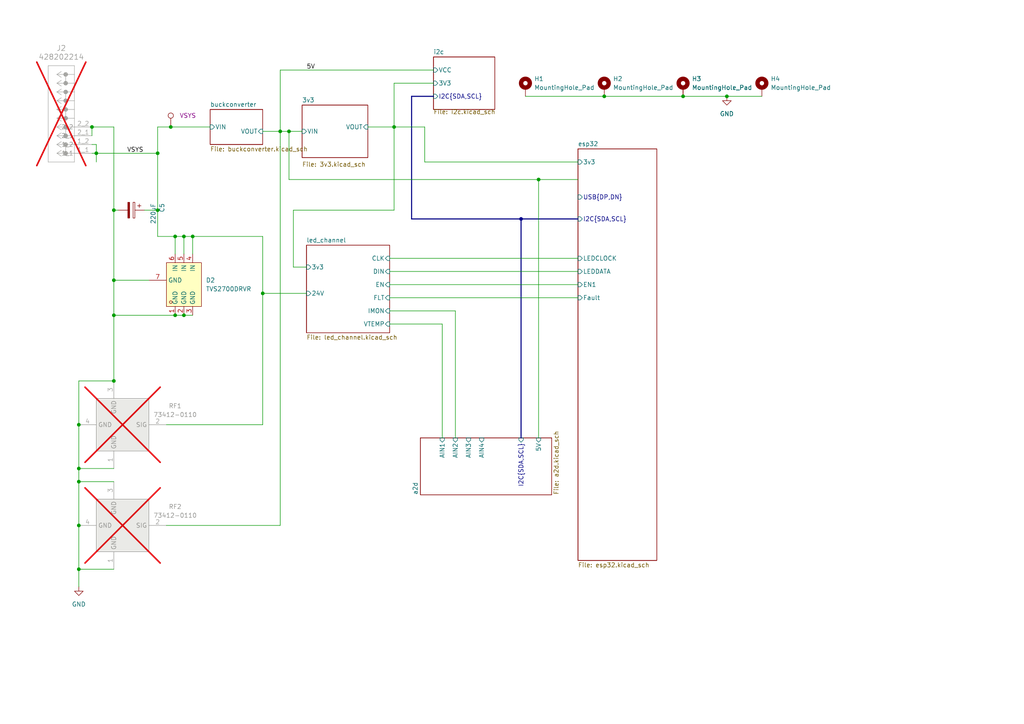
<source format=kicad_sch>
(kicad_sch (version 20250114) (generator "eeschema") (generator_version "9.0")
  (paper "A4")
  (lib_symbols
    (symbol "Device:C_Polarized" (pin_numbers (hide yes)) (pin_names (offset 0.254))
      (property "Reference" "C" (at 0.635 2.54 0))
      (property "Value" "C_Polarized" (at 0.635 -2.54 0))
      (symbol "C_Polarized_0_1"
        (rectangle (start -2.286 0.508) (end 2.286 1.016))
        (polyline (pts (xy -1.778 2.286) (xy -0.762 2.286)))
        (polyline (pts (xy -1.27 2.794) (xy -1.27 1.778)))
        (rectangle (start 2.286 -0.508) (end -2.286 -1.016) (fill (type outline)))
      )
      (symbol "C_Polarized_1_1"
        (pin passive line (at 0 3.81 270) (length 2.794) (name "~") (number "1"))
        (pin passive line (at 0 -3.81 90) (length 2.794) (name "~") (number "2"))
      )
    )
    (symbol "Mechanical:MountingHole_Pad" (pin_numbers (hide yes)) (pin_names (offset 1.016) (hide yes)) (exclude_from_sim yes) (in_bom no)
      (property "Reference" "H" (at 0 6.35 0))
      (property "Value" "MountingHole_Pad" (at 0 4.445 0))
      (symbol "MountingHole_Pad_0_1"
        (circle (center 0 1.27) (radius 1.27) (stroke (width 1.27)))
      )
      (symbol "MountingHole_Pad_1_1"
        (pin input line (at 0 -2.54 90) (length 2.54) (name "1") (number "1"))
      )
    )
    (symbol "easyeda2kicad:428202214" (pin_names (offset 0.254))
      (property "Reference" "J" (at 8.89 6.35 0))
      (property "Value" "428202214" (at 0 0 0))
      (symbol "428202214_1_1"
        (polyline (pts (xy 5.08 2.54) (xy 5.08 -25.4)) (stroke (width 0.127)))
        (polyline (pts (xy 5.08 -25.4) (xy 12.7 -25.4)) (stroke (width 0.127)))
        (polyline (pts (xy 7.62 0) (xy 7.62 -2.54)) (stroke (width 0.127)))
        (circle (center 7.62 0) (radius 0.127) (stroke (width 0.508)))
        (circle (center 7.62 -2.54) (radius 0.127) (stroke (width 0.508)))
        (polyline (pts (xy 7.62 -5.08) (xy 7.62 -7.62)) (stroke (width 0.127)))
        (circle (center 7.62 -5.08) (radius 0.127) (stroke (width 0.508)))
        (circle (center 7.62 -7.62) (radius 0.127) (stroke (width 0.508)))
        (polyline (pts (xy 7.62 -10.16) (xy 7.62 -12.7)) (stroke (width 0.127)))
        (circle (center 7.62 -10.16) (radius 0.127) (stroke (width 0.508)))
        (circle (center 7.62 -12.7) (radius 0.127) (stroke (width 0.508)))
        (polyline (pts (xy 7.62 -15.24) (xy 7.62 -17.78)) (stroke (width 0.127)))
        (circle (center 7.62 -15.24) (radius 0.127) (stroke (width 0.508)))
        (circle (center 7.62 -17.78) (radius 0.127) (stroke (width 0.508)))
        (polyline (pts (xy 7.62 -20.32) (xy 7.62 -22.86)) (stroke (width 0.127)))
        (circle (center 7.62 -20.32) (radius 0.127) (stroke (width 0.508)))
        (circle (center 7.62 -22.86) (radius 0.127) (stroke (width 0.508)))
        (polyline (pts (xy 10.16 0) (xy 5.08 0)) (stroke (width 0.127)))
        (polyline (pts (xy 10.16 0) (xy 8.89 0.8467)) (stroke (width 0.127)))
        (polyline (pts (xy 10.16 0) (xy 8.89 -0.8467)) (stroke (width 0.127)))
        (polyline (pts (xy 10.16 -2.54) (xy 5.08 -2.54)) (stroke (width 0.127)))
        (polyline (pts (xy 10.16 -2.54) (xy 8.89 -1.6933)) (stroke (width 0.127)))
        (polyline (pts (xy 10.16 -2.54) (xy 8.89 -3.3867)) (stroke (width 0.127)))
        (polyline (pts (xy 10.16 -5.08) (xy 5.08 -5.08)) (stroke (width 0.127)))
        (polyline (pts (xy 10.16 -5.08) (xy 8.89 -4.2333)) (stroke (width 0.127)))
        (polyline (pts (xy 10.16 -5.08) (xy 8.89 -5.9267)) (stroke (width 0.127)))
        (polyline (pts (xy 10.16 -7.62) (xy 5.08 -7.62)) (stroke (width 0.127)))
        (polyline (pts (xy 10.16 -7.62) (xy 8.89 -6.7733)) (stroke (width 0.127)))
        (polyline (pts (xy 10.16 -7.62) (xy 8.89 -8.4667)) (stroke (width 0.127)))
        (polyline (pts (xy 10.16 -10.16) (xy 5.08 -10.16)) (stroke (width 0.127)))
        (polyline (pts (xy 10.16 -10.16) (xy 8.89 -9.3133)) (stroke (width 0.127)))
        (polyline (pts (xy 10.16 -10.16) (xy 8.89 -11.0067)) (stroke (width 0.127)))
        (polyline (pts (xy 10.16 -12.7) (xy 5.08 -12.7)) (stroke (width 0.127)))
        (polyline (pts (xy 10.16 -12.7) (xy 8.89 -11.8533)) (stroke (width 0.127)))
        (polyline (pts (xy 10.16 -12.7) (xy 8.89 -13.5467)) (stroke (width 0.127)))
        (polyline (pts (xy 10.16 -15.24) (xy 5.08 -15.24)) (stroke (width 0.127)))
        (polyline (pts (xy 10.16 -15.24) (xy 8.89 -14.3933)) (stroke (width 0.127)))
        (polyline (pts (xy 10.16 -15.24) (xy 8.89 -16.0867)) (stroke (width 0.127)))
        (polyline (pts (xy 10.16 -17.78) (xy 5.08 -17.78)) (stroke (width 0.127)))
        (polyline (pts (xy 10.16 -17.78) (xy 8.89 -16.9333)) (stroke (width 0.127)))
        (polyline (pts (xy 10.16 -17.78) (xy 8.89 -18.6267)) (stroke (width 0.127)))
        (polyline (pts (xy 10.16 -20.32) (xy 5.08 -20.32)) (stroke (width 0.127)))
        (polyline (pts (xy 10.16 -20.32) (xy 8.89 -19.4733)) (stroke (width 0.127)))
        (polyline (pts (xy 10.16 -20.32) (xy 8.89 -21.1667)) (stroke (width 0.127)))
        (polyline (pts (xy 10.16 -22.86) (xy 5.08 -22.86)) (stroke (width 0.127)))
        (polyline (pts (xy 10.16 -22.86) (xy 8.89 -22.0133)) (stroke (width 0.127)))
        (polyline (pts (xy 10.16 -22.86) (xy 8.89 -23.7067)) (stroke (width 0.127)))
        (polyline (pts (xy 12.7 2.54) (xy 5.08 2.54)) (stroke (width 0.127)))
        (polyline (pts (xy 12.7 -25.4) (xy 12.7 2.54)) (stroke (width 0.127)))
        (pin unspecified line (at 0 0 0) (length 5.08) (name "1_1") (number "1_1"))
        (pin unspecified line (at 0 -2.54 0) (length 5.08) (name "1_2") (number "1_2"))
        (pin unspecified line (at 0 -5.08 0) (length 5.08) (name "2_1") (number "2_1"))
        (pin unspecified line (at 0 -7.62 0) (length 5.08) (name "2_2") (number "2_2"))
      )
      (symbol "428202214_1_2"
        (polyline (pts (xy 5.08 2.54) (xy 5.08 -10.16)) (stroke (width 0.127)))
        (polyline (pts (xy 5.08 -10.16) (xy 12.7 -10.16)) (stroke (width 0.127)))
        (polyline (pts (xy 6.35 0) (xy 6.35 -2.54)) (stroke (width 0.127)))
        (circle (center 6.35 0) (radius 0.127) (stroke (width 0.508)))
        (circle (center 6.35 -2.54) (radius 0.127) (stroke (width 0.508)))
        (polyline (pts (xy 6.35 -5.08) (xy 6.35 -7.62)) (stroke (width 0.127)))
        (circle (center 6.35 -5.08) (radius 0.127) (stroke (width 0.508)))
        (circle (center 6.35 -7.62) (radius 0.127) (stroke (width 0.508)))
        (polyline (pts (xy 7.62 0) (xy 5.08 0)) (stroke (width 0.127)))
        (polyline (pts (xy 7.62 0) (xy 8.89 0.8467)) (stroke (width 0.127)))
        (polyline (pts (xy 7.62 0) (xy 8.89 -0.8467)) (stroke (width 0.127)))
        (polyline (pts (xy 7.62 -2.54) (xy 5.08 -2.54)) (stroke (width 0.127)))
        (polyline (pts (xy 7.62 -2.54) (xy 8.89 -1.6933)) (stroke (width 0.127)))
        (polyline (pts (xy 7.62 -2.54) (xy 8.89 -3.3867)) (stroke (width 0.127)))
        (polyline (pts (xy 7.62 -5.08) (xy 5.08 -5.08)) (stroke (width 0.127)))
        (polyline (pts (xy 7.62 -5.08) (xy 8.89 -4.2333)) (stroke (width 0.127)))
        (polyline (pts (xy 7.62 -5.08) (xy 8.89 -5.9267)) (stroke (width 0.127)))
        (polyline (pts (xy 7.62 -7.62) (xy 5.08 -7.62)) (stroke (width 0.127)))
        (polyline (pts (xy 7.62 -7.62) (xy 8.89 -6.7733)) (stroke (width 0.127)))
        (polyline (pts (xy 7.62 -7.62) (xy 8.89 -8.4667)) (stroke (width 0.127)))
        (polyline (pts (xy 12.7 2.54) (xy 5.08 2.54)) (stroke (width 0.127)))
        (polyline (pts (xy 12.7 -10.16) (xy 12.7 2.54)) (stroke (width 0.127)))
        (pin unspecified line (at 0 0 0) (length 5.08) (name "1_1") (number "1_1"))
        (pin unspecified line (at 0 -2.54 0) (length 5.08) (name "1_2") (number "1_2"))
        (pin unspecified line (at 0 -5.08 0) (length 5.08) (name "2_1") (number "2_1"))
        (pin unspecified line (at 0 -7.62 0) (length 5.08) (name "2_2") (number "2_2"))
      )
    )
    (symbol "easyeda2kicad:73412-0110"
      (property "Reference" "RF" (at 0 20.32 0))
      (property "Value" "73412-0110" (at 0 -15.24 0))
      (symbol "73412-0110_0_1"
        (rectangle (start -7.62 10.16) (end 7.62 -5.08) (fill (type background)))
        (pin unspecified line (at -12.7 5.08 0) (length 5.08) (name "GND") (number "1"))
        (pin unspecified line (at 0 15.24 270) (length 5.08) (name "GND") (number "4"))
        (pin unspecified line (at 0 -10.16 90) (length 5.08) (name "SIG") (number "2"))
        (pin unspecified line (at 12.7 5.08 180) (length 5.08) (name "GND") (number "3"))
      )
    )
    (symbol "easyeda2kicad:LabeledTestPoint" (pin_numbers (hide yes)) (pin_names (offset 0.762) (hide yes)) (in_bom no)
      (property "Label" "label" (at 0 5.08 0))
      (symbol "LabeledTestPoint_0_1"
        (circle (center 0 3.302) (radius 0.762))
      )
      (symbol "LabeledTestPoint_1_1"
        (pin passive line (at 0 0 90) (length 2.54) (name "1") (number "1"))
      )
    )
    (symbol "easyeda2kicad:TVS2700DRVR"
      (property "Reference" "D" (at 0 15.24 0))
      (property "Value" "TVS2700DRVR" (at 0 -7.62 0))
      (symbol "TVS2700DRVR_0_1"
        (rectangle (start -6.35 5.08) (end 6.35 -5.08) (fill (type background)))
        (circle (center -5.08 3.81) (radius 0.38))
        (pin unspecified line (at -8.89 2.54 0) (length 2.54) (name "GND") (number "1"))
        (pin unspecified line (at -8.89 0 0) (length 2.54) (name "GND") (number "2"))
        (pin unspecified line (at -8.89 -2.54 0) (length 2.54) (name "GND") (number "3"))
        (pin unspecified line (at 1.27 10.16 270) (length 5.08) (name "GND") (number "7"))
        (pin unspecified line (at 8.89 2.54 180) (length 2.54) (name "IN") (number "6"))
        (pin unspecified line (at 8.89 0 180) (length 2.54) (name "IN") (number "5"))
        (pin unspecified line (at 8.89 -2.54 180) (length 2.54) (name "IN") (number "4"))
      )
    )
    (symbol "power:GND" (power) (pin_numbers (hide yes)) (pin_names (offset 0) (hide yes))
      (property "Value" "GND" (at 0 -3.81 0))
      (symbol "GND_0_1"
        (polyline (pts (xy 0 0) (xy 0 -1.27) (xy 1.27 -1.27) (xy 0 -2.54) (xy -1.27 -1.27) (xy 0 -1.27)))
      )
      (symbol "GND_1_1"
        (pin power_in line (at 0 0 270) (length 0) (name "~") (number "1"))
      )
    )
  )
  (junction (at 175.26 27.94))
  (junction (at 50.8 68.58))
  (junction (at 45.72 44.45))
  (junction (at 53.34 91.44))
  (junction (at 22.86 123.19))
  (junction (at 33.02 91.44))
  (junction (at 156.21 52.07))
  (junction (at 26.67 36.83))
  (junction (at 22.86 139.7))
  (junction (at 33.02 81.28))
  (junction (at 198.12 27.94))
  (junction (at 33.02 110.49))
  (junction (at 114.3 36.83))
  (junction (at 53.34 68.58))
  (junction (at 22.86 135.89))
  (junction (at 27.94 44.45))
  (junction (at 22.86 165.1))
  (junction (at 55.88 68.58))
  (junction (at 83.82 38.1))
  (junction (at 45.72 60.96))
  (junction (at 50.8 91.44))
  (junction (at 76.2 85.09))
  (junction (at 22.86 152.4))
  (junction (at 33.02 60.96))
  (junction (at 81.28 38.1))
  (junction (at 210.82 27.94))
  (junction (at 151.13 63.5))
  (junction (at 49.53 36.83))
  (wire (pts (xy 175.26 27.94) (xy 198.12 27.94)))
  (wire (pts (xy 81.28 20.32) (xy 81.28 38.1)))
  (wire (pts (xy 114.3 36.83) (xy 123.19 36.83)))
  (wire (pts (xy 76.2 38.1) (xy 81.28 38.1)))
  (wire (pts (xy 45.72 60.96) (xy 45.72 68.58)))
  (wire (pts (xy 55.88 91.44) (xy 53.34 91.44)))
  (wire (pts (xy 22.86 110.49) (xy 22.86 123.19)))
  (wire (pts (xy 33.02 81.28) (xy 33.02 91.44)))
  (wire (pts (xy 26.67 36.83) (xy 26.67 39.37)))
  (wire (pts (xy 33.02 60.96) (xy 34.29 60.96)))
  (wire (pts (xy 33.02 91.44) (xy 33.02 110.49)))
  (bus (pts (xy 119.38 27.94) (xy 119.38 63.5)))
  (wire (pts (xy 81.28 38.1) (xy 83.82 38.1)))
  (wire (pts (xy 114.3 24.13) (xy 114.3 36.83)))
  (wire (pts (xy 45.72 44.45) (xy 45.72 60.96)))
  (wire (pts (xy 152.4 27.94) (xy 175.26 27.94)))
  (wire (pts (xy 27.94 41.91) (xy 26.67 41.91)))
  (wire (pts (xy 88.9 85.09) (xy 76.2 85.09)))
  (wire (pts (xy 33.02 110.49) (xy 22.86 110.49)))
  (wire (pts (xy 22.86 165.1) (xy 33.02 165.1)))
  (wire (pts (xy 85.09 60.96) (xy 114.3 60.96)))
  (wire (pts (xy 33.02 81.28) (xy 43.18 81.28)))
  (wire (pts (xy 113.03 86.36) (xy 167.64 86.36)))
  (wire (pts (xy 26.67 36.83) (xy 33.02 36.83)))
  (wire (pts (xy 113.03 74.93) (xy 167.64 74.93)))
  (wire (pts (xy 156.21 52.07) (xy 156.21 127)))
  (wire (pts (xy 132.08 90.17) (xy 132.08 127)))
  (wire (pts (xy 76.2 85.09) (xy 76.2 123.19)))
  (wire (pts (xy 81.28 38.1) (xy 81.28 152.4)))
  (wire (pts (xy 113.03 78.74) (xy 167.64 78.74)))
  (wire (pts (xy 48.26 123.19) (xy 76.2 123.19)))
  (wire (pts (xy 128.27 93.98) (xy 128.27 127)))
  (wire (pts (xy 81.28 20.32) (xy 125.73 20.32)))
  (wire (pts (xy 76.2 68.58) (xy 76.2 85.09)))
  (wire (pts (xy 53.34 91.44) (xy 50.8 91.44)))
  (wire (pts (xy 198.12 27.94) (xy 210.82 27.94)))
  (wire (pts (xy 33.02 36.83) (xy 33.02 60.96)))
  (wire (pts (xy 22.86 139.7) (xy 22.86 152.4)))
  (wire (pts (xy 27.94 44.45) (xy 27.94 46.99)))
  (wire (pts (xy 50.8 68.58) (xy 50.8 73.66)))
  (wire (pts (xy 26.67 44.45) (xy 27.94 44.45)))
  (wire (pts (xy 55.88 68.58) (xy 55.88 73.66)))
  (wire (pts (xy 156.21 52.07) (xy 167.64 52.07)))
  (wire (pts (xy 113.03 93.98) (xy 128.27 93.98)))
  (wire (pts (xy 48.26 152.4) (xy 81.28 152.4)))
  (wire (pts (xy 83.82 52.07) (xy 156.21 52.07)))
  (wire (pts (xy 22.86 139.7) (xy 33.02 139.7)))
  (wire (pts (xy 27.94 44.45) (xy 27.94 41.91)))
  (wire (pts (xy 50.8 68.58) (xy 45.72 68.58)))
  (wire (pts (xy 210.82 27.94) (xy 220.98 27.94)))
  (bus (pts (xy 151.13 63.5) (xy 167.64 63.5)))
  (wire (pts (xy 88.9 77.47) (xy 85.09 77.47)))
  (bus (pts (xy 119.38 63.5) (xy 151.13 63.5)))
  (wire (pts (xy 113.03 82.55) (xy 167.64 82.55)))
  (wire (pts (xy 83.82 52.07) (xy 83.82 38.1)))
  (wire (pts (xy 33.02 60.96) (xy 33.02 81.28)))
  (wire (pts (xy 53.34 68.58) (xy 53.34 73.66)))
  (wire (pts (xy 27.94 44.45) (xy 45.72 44.45)))
  (wire (pts (xy 45.72 36.83) (xy 49.53 36.83)))
  (wire (pts (xy 106.68 36.83) (xy 114.3 36.83)))
  (wire (pts (xy 22.86 123.19) (xy 22.86 135.89)))
  (bus (pts (xy 125.73 27.94) (xy 119.38 27.94)))
  (wire (pts (xy 125.73 24.13) (xy 114.3 24.13)))
  (wire (pts (xy 85.09 77.47) (xy 85.09 60.96)))
  (wire (pts (xy 49.53 36.83) (xy 60.96 36.83)))
  (wire (pts (xy 55.88 68.58) (xy 53.34 68.58)))
  (wire (pts (xy 45.72 36.83) (xy 45.72 44.45)))
  (wire (pts (xy 22.86 152.4) (xy 22.86 165.1)))
  (wire (pts (xy 76.2 68.58) (xy 55.88 68.58)))
  (bus (pts (xy 151.13 63.5) (xy 151.13 127)))
  (wire (pts (xy 50.8 91.44) (xy 33.02 91.44)))
  (wire (pts (xy 83.82 38.1) (xy 87.63 38.1)))
  (wire (pts (xy 41.91 60.96) (xy 45.72 60.96)))
  (wire (pts (xy 123.19 36.83) (xy 123.19 46.99)))
  (wire (pts (xy 22.86 165.1) (xy 22.86 170.18)))
  (wire (pts (xy 53.34 68.58) (xy 50.8 68.58)))
  (wire (pts (xy 22.86 135.89) (xy 22.86 139.7)))
  (wire (pts (xy 113.03 90.17) (xy 132.08 90.17)))
  (wire (pts (xy 123.19 46.99) (xy 167.64 46.99)))
  (wire (pts (xy 22.86 135.89) (xy 33.02 135.89)))
  (wire (pts (xy 114.3 60.96) (xy 114.3 36.83)))
  (label "5V" (at 88.9 20.32 0))
  (label "VSYS" (at 36.83 44.45 0))
  (symbol (lib_id "power:GND") (at 210.82 27.94 0) (unit 1)
    (property "Reference" "#PWR04" (effects (hide yes)))
    (property "Value" "GND" (at 210.82 33.02 0))
    (property "Description" "Power symbol creates a global label with name \"GND\" , ground" (effects (hide yes)))
  )
  (symbol (lib_id "Mechanical:MountingHole_Pad") (at 198.12 25.4 0) (unit 1) (exclude_from_sim yes) (in_bom no)
    (property "Reference" "H3" (at 200.66 22.8599 0) (effects (justify left)))
    (property "Value" "MountingHole_Pad" (at 200.66 25.3999 0) (effects (justify left)))
    (property "Footprint" "MountingHole:MountingHole_3.2mm_M3_Pad_Via" (effects (hide yes)))
    (property "Description" "Mounting Hole with connection" (effects (hide yes)))
  )
  (symbol (lib_id "easyeda2kicad:428202214") (at 26.67 44.45 180) (unit 1) (in_bom no) (dnp yes)
    (property "Reference" "J2" (at 17.78 13.97 0) (effects (font (size 1.524 1.524))))
    (property "Value" "428202214" (at 17.78 16.51 0) (effects (font (size 1.524 1.524))))
    (property "Footprint" "easyeda2kicad:CONN_SDA-42820-0002_02_RC_MOL" (effects (hide yes)))
    (property "Datasheet" "https://www.molex.com/en-us/products/part-detail-pdf/428202214?display=pdf" (effects (hide yes)))
  )
  (symbol (lib_id "Device:C_Polarized") (at 38.1 60.96 270) (unit 1)
    (property "Reference" "C5" (at 46.99 58.928 0) (effects (justify left)))
    (property "Value" "220uF" (at 44.45 58.928 0) (effects (justify left)))
    (property "Footprint" "easyeda2kicad:CAP-SMD_BD8.0-L8.3-W8.3-FD" (effects (hide yes)))
    (property "Description" "Polarized capacitor" (effects (hide yes)))
    (property "LCSC Part" "C2923769" (effects (hide yes)))
  )
  (symbol (lib_id "easyeda2kicad:TVS2700DRVR") (at 53.34 82.55 90) (unit 1)
    (property "Reference" "D2" (at 59.69 81.2799 90) (effects (justify right)))
    (property "Value" "TVS2700DRVR" (at 59.69 83.8199 90) (effects (justify right)))
    (property "Footprint" "easyeda2kicad:WSON-6_L2.0-W2.0-P0.65-BL-EP" (effects (hide yes)))
    (property "Datasheet" "https://lcsc.com/product-detail/TVS_Texas-Instruments-Texas-Instruments-TVS2700DRVR_C523797.html" (effects (hide yes)))
    (property "LCSC Part" "C523797" (effects (hide yes)))
  )
  (symbol (lib_id "Mechanical:MountingHole_Pad") (at 220.98 25.4 0) (unit 1) (exclude_from_sim yes) (in_bom no)
    (property "Reference" "H4" (at 223.52 22.8599 0) (effects (justify left)))
    (property "Value" "MountingHole_Pad" (at 223.52 25.3999 0) (effects (justify left)))
    (property "Footprint" "MountingHole:MountingHole_3.2mm_M3_Pad_Via" (effects (hide yes)))
    (property "Description" "Mounting Hole with connection" (effects (hide yes)))
  )
  (symbol (lib_id "easyeda2kicad:LabeledTestPoint") (at 49.53 36.83 0) (unit 1) (in_bom no)
    (property "Reference" "TP1" (effects (hide yes)))
    (property "Value" "LabeledTestPoint" (effects (hide yes)))
    (property "Footprint" "easyeda2kicad:LabeledTestPoint" (effects (hide yes)))
    (property "Description" "test point" (effects (hide yes)))
    (property "Label" "VSYS" (at 52.07 33.5279 0) (effects (justify left)))
  )
  (symbol (lib_id "power:GND") (at 22.86 170.18 0) (unit 1)
    (property "Reference" "#PWR03" (effects (hide yes)))
    (property "Value" "GND" (at 22.86 175.26 0))
    (property "Description" "Power symbol creates a global label with name \"GND\" , ground" (effects (hide yes)))
  )
  (symbol (lib_id "Mechanical:MountingHole_Pad") (at 175.26 25.4 0) (unit 1) (exclude_from_sim yes) (in_bom no)
    (property "Reference" "H2" (at 177.8 22.8599 0) (effects (justify left)))
    (property "Value" "MountingHole_Pad" (at 177.8 25.3999 0) (effects (justify left)))
    (property "Footprint" "MountingHole:MountingHole_3.2mm_M3_Pad_Via" (effects (hide yes)))
    (property "Description" "Mounting Hole with connection" (effects (hide yes)))
  )
  (symbol (lib_id "easyeda2kicad:73412-0110") (at 38.1 123.19 90) (unit 1) (in_bom no) (dnp yes)
    (property "Reference" "RF1" (at 50.8 117.7446 90))
    (property "Value" "73412-0110" (at 50.8 120.2846 90))
    (property "Footprint" "easyeda2kicad:ANT-SMD_73412-0110" (effects (hide yes)))
    (property "Datasheet" "https://lcsc.com/product-detail/RF-Connectors-Coaxial-Connectors_MOLEX-73412-0110_C434806.html" (effects (hide yes)))
    (property "LCSC Part" "C434806" (effects (hide yes)))
  )
  (symbol (lib_id "easyeda2kicad:73412-0110") (at 38.1 152.4 90) (unit 1) (in_bom no) (dnp yes)
    (property "Reference" "RF2" (at 50.8 146.9546 90))
    (property "Value" "73412-0110" (at 50.8 149.4946 90))
    (property "Footprint" "easyeda2kicad:ANT-SMD_73412-0110" (effects (hide yes)))
    (property "Datasheet" "https://lcsc.com/product-detail/RF-Connectors-Coaxial-Connectors_MOLEX-73412-0110_C434806.html" (effects (hide yes)))
    (property "LCSC Part" "C434806" (effects (hide yes)))
  )
  (symbol (lib_id "Mechanical:MountingHole_Pad") (at 152.4 25.4 0) (unit 1) (exclude_from_sim yes) (in_bom no)
    (property "Reference" "H1" (at 154.94 22.8599 0) (effects (justify left)))
    (property "Value" "MountingHole_Pad" (at 154.94 25.3999 0) (effects (justify left)))
    (property "Footprint" "MountingHole:MountingHole_3.2mm_M3_Pad_Via" (effects (hide yes)))
    (property "Description" "Mounting Hole with connection" (effects (hide yes)))
  )
  (sheet (at 125.73 16.51) (size 17.78 15.24) (stroke (width 0.1524))
    (property "Sheetname" "i2c" (at 125.73 15.7984 0) (effects (justify left bottom)))
    (property "Sheetfile" "i2c.kicad_sch" (at 125.73 31.6996 0) (effects (justify left top)))
    (pin "3V3" input (at 125.73 24.13 180))
    (pin "VCC" input (at 125.73 20.32 180))
    (pin "I2C{SDA,SCL}" input (at 125.73 27.94 180))
  )
  (sheet (at 167.64 43.18) (size 22.86 119.38) (stroke (width 0.1524))
    (property "Sheetname" "esp32" (at 167.64 42.4684 0) (effects (justify left bottom)))
    (property "Sheetfile" "esp32.kicad_sch" (at 167.64 163.1446 0) (effects (justify left top)))
    (pin "3v3" input (at 167.64 46.99 180))
    (pin "I2C{SDA,SCL}" input (at 167.64 63.5 180))
    (pin "USB{DP,DN}" input (at 167.64 57.15 180))
    (pin "EN1" input (at 167.64 82.55 180))
    (pin "LEDCLOCK" input (at 167.64 74.93 180))
    (pin "LEDDATA" input (at 167.64 78.74 180))
    (pin "Fault" input (at 167.64 86.36 180))
  )
  (sheet (at 60.96 31.75) (size 15.24 10.16) (stroke (width 0.1524))
    (property "Sheetname" "buckconverter" (at 60.96 31.0384 0) (effects (justify left bottom)))
    (property "Sheetfile" "buckconverter.kicad_sch" (at 60.96 42.4946 0) (effects (justify left top)))
    (pin "VIN" input (at 60.96 36.83 180))
    (pin "VOUT" input (at 76.2 38.1 0))
  )
  (sheet (at 121.92 127) (size 38.1 16.51) (stroke (width 0.1524))
    (property "Sheetname" "a2d" (at 121.2084 143.51 90) (effects (justify left bottom)))
    (property "Sheetfile" "a2d.kicad_sch" (at 160.6046 143.51 90) (effects (justify left top)))
    (pin "5V" input (at 156.21 127 90))
    (pin "AIN1" input (at 128.27 127 90))
    (pin "AIN2" input (at 132.08 127 90))
    (pin "AIN3" input (at 135.89 127 90))
    (pin "AIN4" input (at 139.7 127 90))
    (pin "I2C{SDA,SCL}" input (at 151.13 127 90))
  )
  (sheet (at 88.9 71.12) (size 24.13 25.4) (stroke (width 0.1524))
    (property "Sheetname" "led_channel" (at 88.9 70.4084 0) (effects (justify left bottom)))
    (property "Sheetfile" "led_channel.kicad_sch" (at 88.9 97.1046 0) (effects (justify left top)))
    (pin "3v3" input (at 88.9 77.47 180))
    (pin "24V" input (at 88.9 85.09 180))
    (pin "CLK" input (at 113.03 74.93 0))
    (pin "DIN" input (at 113.03 78.74 0))
    (pin "EN" input (at 113.03 82.55 0))
    (pin "FLT" input (at 113.03 86.36 0))
    (pin "IMON" input (at 113.03 90.17 0))
    (pin "VTEMP" input (at 113.03 93.98 0))
  )
  (sheet (at 87.63 30.48) (size 19.05 15.24) (stroke (width 0.1524))
    (property "Sheetname" "3v3" (at 87.63 29.7684 0) (effects (justify left bottom)))
    (property "Sheetfile" "3v3.kicad_sch" (at 87.63 46.9396 0) (effects (justify left top)))
    (pin "VIN" input (at 87.63 38.1 180))
    (pin "VOUT" input (at 106.68 36.83 0))
  )
)
</source>
